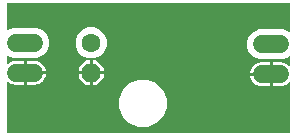
<source format=gbr>
G04 EAGLE Gerber RS-274X export*
G75*
%MOMM*%
%FSLAX34Y34*%
%LPD*%
%INBottom Copper*%
%IPPOS*%
%AMOC8*
5,1,8,0,0,1.08239X$1,22.5*%
G01*
%ADD10P,1.732040X8X292.500000*%
%ADD11C,1.600200*%
%ADD12C,1.524000*%

G36*
X244350Y5092D02*
X244350Y5092D01*
X244416Y5094D01*
X244459Y5112D01*
X244506Y5120D01*
X244563Y5154D01*
X244623Y5179D01*
X244658Y5210D01*
X244699Y5235D01*
X244741Y5286D01*
X244789Y5330D01*
X244811Y5372D01*
X244840Y5409D01*
X244861Y5471D01*
X244892Y5530D01*
X244900Y5584D01*
X244912Y5621D01*
X244911Y5661D01*
X244919Y5715D01*
X244919Y47409D01*
X244904Y47496D01*
X244894Y47585D01*
X244884Y47606D01*
X244880Y47629D01*
X244834Y47706D01*
X244795Y47786D01*
X244778Y47802D01*
X244765Y47823D01*
X244696Y47879D01*
X244632Y47940D01*
X244610Y47949D01*
X244591Y47964D01*
X244507Y47993D01*
X244425Y48027D01*
X244401Y48028D01*
X244379Y48036D01*
X244290Y48033D01*
X244201Y48037D01*
X244178Y48030D01*
X244154Y48029D01*
X244072Y47996D01*
X243987Y47969D01*
X243966Y47953D01*
X243947Y47945D01*
X243909Y47911D01*
X243837Y47857D01*
X242839Y46860D01*
X241545Y45920D01*
X240120Y45194D01*
X238599Y44699D01*
X237020Y44449D01*
X229869Y44449D01*
X229869Y53975D01*
X229858Y54040D01*
X229856Y54105D01*
X229838Y54149D01*
X229830Y54196D01*
X229796Y54252D01*
X229771Y54313D01*
X229739Y54348D01*
X229715Y54389D01*
X229664Y54430D01*
X229620Y54479D01*
X229578Y54501D01*
X229541Y54530D01*
X229479Y54551D01*
X229420Y54581D01*
X229366Y54590D01*
X229329Y54602D01*
X229289Y54601D01*
X229235Y54609D01*
X228599Y54609D01*
X228599Y54611D01*
X229235Y54611D01*
X229300Y54623D01*
X229365Y54624D01*
X229409Y54642D01*
X229456Y54651D01*
X229513Y54684D01*
X229573Y54709D01*
X229608Y54741D01*
X229649Y54765D01*
X229690Y54816D01*
X229739Y54860D01*
X229761Y54902D01*
X229790Y54939D01*
X229811Y55001D01*
X229842Y55060D01*
X229850Y55114D01*
X229862Y55151D01*
X229861Y55191D01*
X229869Y55245D01*
X229869Y64771D01*
X237020Y64771D01*
X238599Y64521D01*
X240120Y64026D01*
X241545Y63300D01*
X242839Y62360D01*
X243837Y61363D01*
X243910Y61312D01*
X243979Y61256D01*
X244001Y61248D01*
X244021Y61235D01*
X244107Y61213D01*
X244191Y61184D01*
X244215Y61185D01*
X244238Y61179D01*
X244327Y61188D01*
X244416Y61191D01*
X244438Y61200D01*
X244461Y61202D01*
X244541Y61242D01*
X244623Y61275D01*
X244641Y61291D01*
X244662Y61302D01*
X244723Y61366D01*
X244789Y61426D01*
X244800Y61447D01*
X244816Y61465D01*
X244851Y61547D01*
X244892Y61626D01*
X244895Y61652D01*
X244904Y61671D01*
X244906Y61722D01*
X244919Y61811D01*
X244919Y69217D01*
X244904Y69304D01*
X244894Y69393D01*
X244884Y69414D01*
X244880Y69437D01*
X244834Y69514D01*
X244795Y69594D01*
X244778Y69610D01*
X244765Y69631D01*
X244696Y69687D01*
X244632Y69748D01*
X244610Y69757D01*
X244591Y69772D01*
X244507Y69800D01*
X244425Y69835D01*
X244401Y69836D01*
X244379Y69844D01*
X244290Y69841D01*
X244201Y69845D01*
X244178Y69838D01*
X244154Y69837D01*
X244072Y69804D01*
X243987Y69776D01*
X243966Y69761D01*
X243947Y69753D01*
X243909Y69719D01*
X243837Y69665D01*
X243414Y69243D01*
X238746Y67309D01*
X218454Y67309D01*
X213786Y69243D01*
X210213Y72816D01*
X208279Y77484D01*
X208279Y82536D01*
X210213Y87204D01*
X213786Y90777D01*
X218454Y92711D01*
X238746Y92711D01*
X243414Y90777D01*
X243837Y90355D01*
X243910Y90304D01*
X243979Y90248D01*
X244001Y90240D01*
X244021Y90227D01*
X244107Y90205D01*
X244191Y90176D01*
X244215Y90177D01*
X244238Y90171D01*
X244327Y90180D01*
X244416Y90183D01*
X244437Y90192D01*
X244461Y90194D01*
X244541Y90234D01*
X244623Y90267D01*
X244641Y90283D01*
X244662Y90294D01*
X244723Y90359D01*
X244789Y90419D01*
X244800Y90440D01*
X244816Y90457D01*
X244851Y90539D01*
X244892Y90618D01*
X244895Y90644D01*
X244904Y90664D01*
X244906Y90714D01*
X244919Y90803D01*
X244919Y114285D01*
X244908Y114350D01*
X244906Y114416D01*
X244888Y114459D01*
X244880Y114506D01*
X244846Y114563D01*
X244821Y114623D01*
X244790Y114658D01*
X244765Y114699D01*
X244714Y114741D01*
X244670Y114789D01*
X244628Y114811D01*
X244591Y114840D01*
X244529Y114861D01*
X244470Y114892D01*
X244416Y114900D01*
X244379Y114912D01*
X244339Y114911D01*
X244285Y114919D01*
X5715Y114919D01*
X5650Y114908D01*
X5584Y114906D01*
X5541Y114888D01*
X5494Y114880D01*
X5437Y114846D01*
X5377Y114821D01*
X5342Y114790D01*
X5301Y114765D01*
X5259Y114714D01*
X5211Y114670D01*
X5189Y114628D01*
X5160Y114591D01*
X5139Y114529D01*
X5108Y114470D01*
X5100Y114416D01*
X5088Y114379D01*
X5089Y114339D01*
X5081Y114285D01*
X5081Y92820D01*
X5094Y92744D01*
X5100Y92667D01*
X5114Y92635D01*
X5120Y92600D01*
X5160Y92533D01*
X5192Y92462D01*
X5216Y92437D01*
X5235Y92406D01*
X5295Y92358D01*
X5349Y92302D01*
X5381Y92287D01*
X5409Y92265D01*
X5482Y92240D01*
X5552Y92207D01*
X5588Y92204D01*
X5621Y92193D01*
X5699Y92195D01*
X5776Y92189D01*
X5815Y92199D01*
X5846Y92200D01*
X5889Y92217D01*
X5958Y92234D01*
X10174Y93981D01*
X30466Y93981D01*
X35134Y92047D01*
X38707Y88474D01*
X40641Y83806D01*
X40641Y78754D01*
X38707Y74086D01*
X35134Y70513D01*
X30466Y68579D01*
X10174Y68579D01*
X5958Y70326D01*
X5882Y70342D01*
X5809Y70367D01*
X5773Y70366D01*
X5738Y70373D01*
X5662Y70363D01*
X5584Y70360D01*
X5552Y70347D01*
X5516Y70342D01*
X5448Y70305D01*
X5377Y70276D01*
X5350Y70252D01*
X5319Y70235D01*
X5268Y70177D01*
X5211Y70125D01*
X5195Y70093D01*
X5171Y70066D01*
X5144Y69994D01*
X5108Y69925D01*
X5102Y69885D01*
X5092Y69857D01*
X5091Y69810D01*
X5081Y69740D01*
X5081Y64148D01*
X5088Y64109D01*
X5086Y64070D01*
X5107Y64000D01*
X5120Y63928D01*
X5141Y63893D01*
X5152Y63855D01*
X5197Y63797D01*
X5235Y63734D01*
X5265Y63709D01*
X5290Y63678D01*
X5352Y63639D01*
X5409Y63593D01*
X5446Y63580D01*
X5480Y63559D01*
X5552Y63545D01*
X5621Y63521D01*
X5661Y63522D01*
X5700Y63514D01*
X5772Y63526D01*
X5846Y63528D01*
X5882Y63543D01*
X5922Y63549D01*
X6007Y63593D01*
X6053Y63612D01*
X6067Y63624D01*
X6088Y63635D01*
X7375Y64570D01*
X8800Y65296D01*
X10321Y65791D01*
X11900Y66041D01*
X19051Y66041D01*
X19051Y56515D01*
X19062Y56450D01*
X19064Y56385D01*
X19082Y56341D01*
X19090Y56294D01*
X19124Y56238D01*
X19149Y56177D01*
X19180Y56142D01*
X19205Y56101D01*
X19256Y56060D01*
X19300Y56011D01*
X19342Y55989D01*
X19379Y55960D01*
X19441Y55939D01*
X19500Y55909D01*
X19554Y55900D01*
X19591Y55888D01*
X19631Y55889D01*
X19685Y55881D01*
X20321Y55881D01*
X20321Y55879D01*
X19685Y55879D01*
X19620Y55867D01*
X19554Y55866D01*
X19511Y55848D01*
X19464Y55839D01*
X19407Y55806D01*
X19347Y55781D01*
X19312Y55749D01*
X19271Y55725D01*
X19230Y55674D01*
X19181Y55630D01*
X19159Y55588D01*
X19130Y55551D01*
X19109Y55489D01*
X19078Y55430D01*
X19070Y55376D01*
X19058Y55339D01*
X19059Y55299D01*
X19051Y55245D01*
X19051Y45719D01*
X11900Y45719D01*
X10321Y45969D01*
X8800Y46464D01*
X7375Y47190D01*
X6088Y48125D01*
X6052Y48142D01*
X6021Y48167D01*
X5952Y48190D01*
X5886Y48222D01*
X5846Y48226D01*
X5809Y48239D01*
X5735Y48237D01*
X5662Y48244D01*
X5624Y48233D01*
X5584Y48232D01*
X5517Y48205D01*
X5446Y48186D01*
X5413Y48163D01*
X5377Y48148D01*
X5322Y48099D01*
X5263Y48056D01*
X5240Y48023D01*
X5211Y47997D01*
X5177Y47931D01*
X5136Y47871D01*
X5127Y47832D01*
X5108Y47797D01*
X5094Y47702D01*
X5082Y47653D01*
X5084Y47635D01*
X5081Y47612D01*
X5081Y5715D01*
X5092Y5650D01*
X5094Y5584D01*
X5112Y5541D01*
X5120Y5494D01*
X5154Y5437D01*
X5179Y5377D01*
X5210Y5342D01*
X5235Y5301D01*
X5286Y5259D01*
X5330Y5211D01*
X5372Y5189D01*
X5409Y5160D01*
X5471Y5139D01*
X5530Y5108D01*
X5584Y5100D01*
X5621Y5088D01*
X5661Y5089D01*
X5715Y5081D01*
X244285Y5081D01*
X244350Y5092D01*
G37*
%LPC*%
G36*
X116006Y9919D02*
X116006Y9919D01*
X108625Y12976D01*
X102976Y18625D01*
X99919Y26006D01*
X99919Y33994D01*
X102976Y41375D01*
X108625Y47024D01*
X116006Y50081D01*
X123994Y50081D01*
X131375Y47024D01*
X137024Y41375D01*
X140081Y33994D01*
X140081Y26006D01*
X137024Y18625D01*
X131375Y12976D01*
X123994Y9919D01*
X116006Y9919D01*
G37*
%LPD*%
%LPC*%
G36*
X73598Y68198D02*
X73598Y68198D01*
X68790Y70190D01*
X65110Y73870D01*
X63118Y78678D01*
X63118Y83882D01*
X65110Y88690D01*
X68790Y92370D01*
X73598Y94362D01*
X78802Y94362D01*
X83610Y92370D01*
X87290Y88690D01*
X89282Y83882D01*
X89282Y78678D01*
X87290Y73870D01*
X83610Y70190D01*
X78802Y68198D01*
X73598Y68198D01*
G37*
%LPD*%
%LPC*%
G36*
X21589Y57149D02*
X21589Y57149D01*
X21589Y66041D01*
X28740Y66041D01*
X30319Y65791D01*
X31840Y65296D01*
X33265Y64570D01*
X34559Y63630D01*
X35690Y62499D01*
X36630Y61205D01*
X37356Y59780D01*
X37851Y58259D01*
X38026Y57149D01*
X21589Y57149D01*
G37*
%LPD*%
%LPC*%
G36*
X210894Y55879D02*
X210894Y55879D01*
X211069Y56989D01*
X211564Y58510D01*
X212290Y59935D01*
X213230Y61229D01*
X214361Y62360D01*
X215655Y63300D01*
X217080Y64026D01*
X218601Y64521D01*
X220180Y64771D01*
X227331Y64771D01*
X227331Y55879D01*
X210894Y55879D01*
G37*
%LPD*%
%LPC*%
G36*
X21589Y45719D02*
X21589Y45719D01*
X21589Y54611D01*
X38026Y54611D01*
X37851Y53501D01*
X37356Y51980D01*
X36630Y50555D01*
X35690Y49261D01*
X34559Y48130D01*
X33265Y47190D01*
X31840Y46464D01*
X30319Y45969D01*
X28740Y45719D01*
X21589Y45719D01*
G37*
%LPD*%
%LPC*%
G36*
X220180Y44449D02*
X220180Y44449D01*
X218601Y44699D01*
X217080Y45194D01*
X215655Y45920D01*
X214361Y46860D01*
X213230Y47991D01*
X212290Y49285D01*
X211564Y50710D01*
X211069Y52231D01*
X210894Y53341D01*
X227331Y53341D01*
X227331Y44449D01*
X220180Y44449D01*
G37*
%LPD*%
%LPC*%
G36*
X77469Y57149D02*
X77469Y57149D01*
X77469Y66422D01*
X80567Y66422D01*
X86742Y60247D01*
X86742Y57149D01*
X77469Y57149D01*
G37*
%LPD*%
%LPC*%
G36*
X65658Y57149D02*
X65658Y57149D01*
X65658Y60247D01*
X71833Y66422D01*
X74931Y66422D01*
X74931Y57149D01*
X65658Y57149D01*
G37*
%LPD*%
%LPC*%
G36*
X77469Y45338D02*
X77469Y45338D01*
X77469Y54611D01*
X86742Y54611D01*
X86742Y51513D01*
X80567Y45338D01*
X77469Y45338D01*
G37*
%LPD*%
%LPC*%
G36*
X71833Y45338D02*
X71833Y45338D01*
X65658Y51513D01*
X65658Y54611D01*
X74931Y54611D01*
X74931Y45338D01*
X71833Y45338D01*
G37*
%LPD*%
%LPC*%
G36*
X76199Y55879D02*
X76199Y55879D01*
X76199Y55881D01*
X76201Y55881D01*
X76201Y55879D01*
X76199Y55879D01*
G37*
%LPD*%
D10*
X76200Y55880D03*
D11*
X76200Y81280D03*
D12*
X27940Y55880D02*
X12700Y55880D01*
X12700Y81280D02*
X27940Y81280D01*
X220980Y80010D02*
X236220Y80010D01*
X236220Y54610D02*
X220980Y54610D01*
M02*

</source>
